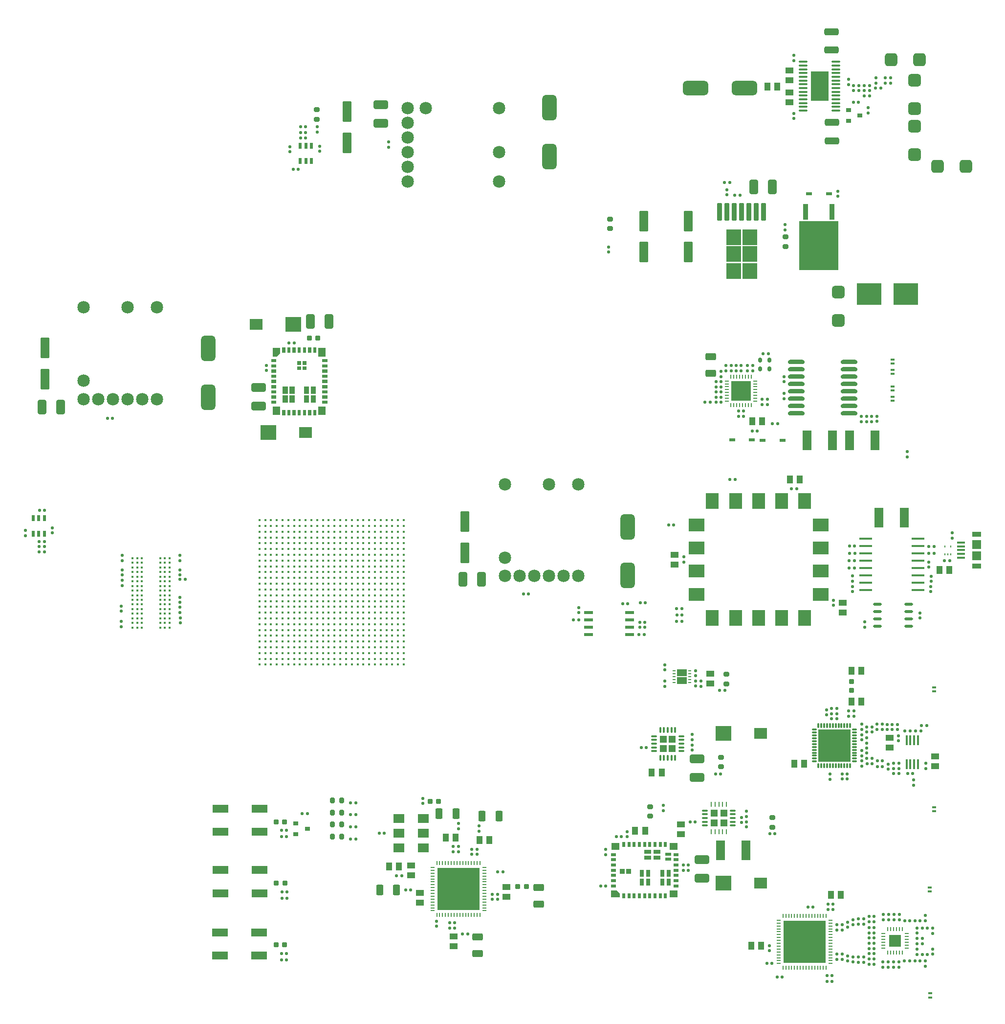
<source format=gtp>
G04*
G04 #@! TF.GenerationSoftware,Altium Limited,Altium Designer,20.1.11 (218)*
G04*
G04 Layer_Color=39423*
%FSLAX24Y24*%
%MOIN*%
G70*
G04*
G04 #@! TF.SameCoordinates,C20E3654-7A5B-4E15-AF0D-48D46733EB80*
G04*
G04*
G04 #@! TF.FilePolarity,Positive*
G04*
G01*
G75*
%ADD27R,0.1220X0.2032*%
%ADD28R,0.1014X0.1067*%
%ADD29R,0.0579X0.0488*%
%ADD30R,0.0315X0.0504*%
%ADD31R,0.0504X0.0287*%
%ADD32R,0.0335X0.0335*%
%ADD33R,0.0409X0.0197*%
%ADD34R,0.0512X0.0512*%
%ADD35R,0.0512X0.0512*%
%ADD36R,0.0512X0.0512*%
%ADD37R,0.0512X0.0512*%
%ADD38R,0.0512X0.0512*%
%ADD39R,0.0610X0.0344*%
%ADD40R,0.0709X0.0453*%
G04:AMPARAMS|DCode=41|XSize=89mil|YSize=85mil|CornerRadius=21.3mil|HoleSize=0mil|Usage=FLASHONLY|Rotation=270.000|XOffset=0mil|YOffset=0mil|HoleType=Round|Shape=RoundedRectangle|*
%AMROUNDEDRECTD41*
21,1,0.0890,0.0425,0,0,270.0*
21,1,0.0465,0.0850,0,0,270.0*
1,1,0.0425,-0.0213,-0.0232*
1,1,0.0425,-0.0213,0.0232*
1,1,0.0425,0.0213,0.0232*
1,1,0.0425,0.0213,-0.0232*
%
%ADD41ROUNDEDRECTD41*%
G04:AMPARAMS|DCode=42|XSize=20mil|YSize=20mil|CornerRadius=6mil|HoleSize=0mil|Usage=FLASHONLY|Rotation=180.000|XOffset=0mil|YOffset=0mil|HoleType=Round|Shape=RoundedRectangle|*
%AMROUNDEDRECTD42*
21,1,0.0200,0.0080,0,0,180.0*
21,1,0.0080,0.0200,0,0,180.0*
1,1,0.0120,-0.0040,0.0040*
1,1,0.0120,0.0040,0.0040*
1,1,0.0120,0.0040,-0.0040*
1,1,0.0120,-0.0040,-0.0040*
%
%ADD42ROUNDEDRECTD42*%
G04:AMPARAMS|DCode=43|XSize=89mil|YSize=85mil|CornerRadius=21.3mil|HoleSize=0mil|Usage=FLASHONLY|Rotation=0.000|XOffset=0mil|YOffset=0mil|HoleType=Round|Shape=RoundedRectangle|*
%AMROUNDEDRECTD43*
21,1,0.0890,0.0425,0,0,0.0*
21,1,0.0465,0.0850,0,0,0.0*
1,1,0.0425,0.0232,-0.0213*
1,1,0.0425,-0.0232,-0.0213*
1,1,0.0425,-0.0232,0.0213*
1,1,0.0425,0.0232,0.0213*
%
%ADD43ROUNDEDRECTD43*%
G04:AMPARAMS|DCode=44|XSize=20mil|YSize=20mil|CornerRadius=6mil|HoleSize=0mil|Usage=FLASHONLY|Rotation=90.000|XOffset=0mil|YOffset=0mil|HoleType=Round|Shape=RoundedRectangle|*
%AMROUNDEDRECTD44*
21,1,0.0200,0.0080,0,0,90.0*
21,1,0.0080,0.0200,0,0,90.0*
1,1,0.0120,0.0040,0.0040*
1,1,0.0120,0.0040,-0.0040*
1,1,0.0120,-0.0040,-0.0040*
1,1,0.0120,-0.0040,0.0040*
%
%ADD44ROUNDEDRECTD44*%
%ADD45O,0.0315X0.0079*%
%ADD46O,0.0079X0.0315*%
%ADD47R,0.0827X0.0827*%
G04:AMPARAMS|DCode=48|XSize=15.7mil|YSize=27.6mil|CornerRadius=2mil|HoleSize=0mil|Usage=FLASHONLY|Rotation=270.000|XOffset=0mil|YOffset=0mil|HoleType=Round|Shape=RoundedRectangle|*
%AMROUNDEDRECTD48*
21,1,0.0157,0.0236,0,0,270.0*
21,1,0.0118,0.0276,0,0,270.0*
1,1,0.0039,-0.0118,-0.0059*
1,1,0.0039,-0.0118,0.0059*
1,1,0.0039,0.0118,0.0059*
1,1,0.0039,0.0118,-0.0059*
%
%ADD48ROUNDEDRECTD48*%
G04:AMPARAMS|DCode=49|XSize=55mil|YSize=43mil|CornerRadius=8mil|HoleSize=0mil|Usage=FLASHONLY|Rotation=90.000|XOffset=0mil|YOffset=0mil|HoleType=Round|Shape=RoundedRectangle|*
%AMROUNDEDRECTD49*
21,1,0.0550,0.0271,0,0,90.0*
21,1,0.0391,0.0430,0,0,90.0*
1,1,0.0159,0.0135,0.0195*
1,1,0.0159,0.0135,-0.0195*
1,1,0.0159,-0.0135,-0.0195*
1,1,0.0159,-0.0135,0.0195*
%
%ADD49ROUNDEDRECTD49*%
%ADD50O,0.0091X0.0315*%
%ADD51O,0.0315X0.0091*%
%ADD52R,0.2913X0.2913*%
%ADD53R,0.0370X0.1100*%
%ADD54R,0.2690X0.3350*%
G04:AMPARAMS|DCode=55|XSize=98.4mil|YSize=59.1mil|CornerRadius=11.8mil|HoleSize=0mil|Usage=FLASHONLY|Rotation=0.000|XOffset=0mil|YOffset=0mil|HoleType=Round|Shape=RoundedRectangle|*
%AMROUNDEDRECTD55*
21,1,0.0984,0.0354,0,0,0.0*
21,1,0.0748,0.0591,0,0,0.0*
1,1,0.0236,0.0374,-0.0177*
1,1,0.0236,-0.0374,-0.0177*
1,1,0.0236,-0.0374,0.0177*
1,1,0.0236,0.0374,0.0177*
%
%ADD55ROUNDEDRECTD55*%
G04:AMPARAMS|DCode=56|XSize=138.2mil|YSize=62.2mil|CornerRadius=7.8mil|HoleSize=0mil|Usage=FLASHONLY|Rotation=90.000|XOffset=0mil|YOffset=0mil|HoleType=Round|Shape=RoundedRectangle|*
%AMROUNDEDRECTD56*
21,1,0.1382,0.0467,0,0,90.0*
21,1,0.1226,0.0622,0,0,90.0*
1,1,0.0156,0.0233,0.0613*
1,1,0.0156,0.0233,-0.0613*
1,1,0.0156,-0.0233,-0.0613*
1,1,0.0156,-0.0233,0.0613*
%
%ADD56ROUNDEDRECTD56*%
G04:AMPARAMS|DCode=57|XSize=35mil|YSize=34mil|CornerRadius=6mil|HoleSize=0mil|Usage=FLASHONLY|Rotation=180.000|XOffset=0mil|YOffset=0mil|HoleType=Round|Shape=RoundedRectangle|*
%AMROUNDEDRECTD57*
21,1,0.0350,0.0221,0,0,180.0*
21,1,0.0231,0.0340,0,0,180.0*
1,1,0.0119,-0.0116,0.0111*
1,1,0.0119,0.0116,0.0111*
1,1,0.0119,0.0116,-0.0111*
1,1,0.0119,-0.0116,-0.0111*
%
%ADD57ROUNDEDRECTD57*%
G04:AMPARAMS|DCode=58|XSize=98.4mil|YSize=59.1mil|CornerRadius=11.8mil|HoleSize=0mil|Usage=FLASHONLY|Rotation=270.000|XOffset=0mil|YOffset=0mil|HoleType=Round|Shape=RoundedRectangle|*
%AMROUNDEDRECTD58*
21,1,0.0984,0.0354,0,0,270.0*
21,1,0.0748,0.0591,0,0,270.0*
1,1,0.0236,-0.0177,-0.0374*
1,1,0.0236,-0.0177,0.0374*
1,1,0.0236,0.0177,0.0374*
1,1,0.0236,0.0177,-0.0374*
%
%ADD58ROUNDEDRECTD58*%
%ADD59R,0.1091X0.1004*%
%ADD60R,0.0854X0.0768*%
%ADD61R,0.0630X0.0197*%
%ADD62C,0.0850*%
G04:AMPARAMS|DCode=63|XSize=173.2mil|YSize=98.4mil|CornerRadius=24.6mil|HoleSize=0mil|Usage=FLASHONLY|Rotation=270.000|XOffset=0mil|YOffset=0mil|HoleType=Round|Shape=RoundedRectangle|*
%AMROUNDEDRECTD63*
21,1,0.1732,0.0492,0,0,270.0*
21,1,0.1240,0.0984,0,0,270.0*
1,1,0.0492,-0.0246,-0.0620*
1,1,0.0492,-0.0246,0.0620*
1,1,0.0492,0.0246,0.0620*
1,1,0.0492,0.0246,-0.0620*
%
%ADD63ROUNDEDRECTD63*%
%ADD64C,0.0177*%
%ADD65R,0.0866X0.0181*%
%ADD66R,0.0217X0.0394*%
G04:AMPARAMS|DCode=67|XSize=71mil|YSize=47mil|CornerRadius=8mil|HoleSize=0mil|Usage=FLASHONLY|Rotation=0.000|XOffset=0mil|YOffset=0mil|HoleType=Round|Shape=RoundedRectangle|*
%AMROUNDEDRECTD67*
21,1,0.0710,0.0310,0,0,0.0*
21,1,0.0550,0.0470,0,0,0.0*
1,1,0.0160,0.0275,-0.0155*
1,1,0.0160,-0.0275,-0.0155*
1,1,0.0160,-0.0275,0.0155*
1,1,0.0160,0.0275,0.0155*
%
%ADD67ROUNDEDRECTD67*%
%ADD68R,0.0315X0.0098*%
%ADD69R,0.0098X0.0315*%
G04:AMPARAMS|DCode=70|XSize=133.9mil|YSize=133.9mil|CornerRadius=0mil|HoleSize=0mil|Usage=FLASHONLY|Rotation=180.000|XOffset=0mil|YOffset=0mil|HoleType=Round|Shape=RoundedRectangle|*
%AMROUNDEDRECTD70*
21,1,0.1339,0.1339,0,0,180.0*
21,1,0.1339,0.1339,0,0,180.0*
1,1,0.0000,-0.0669,0.0669*
1,1,0.0000,0.0669,0.0669*
1,1,0.0000,0.0669,-0.0669*
1,1,0.0000,-0.0669,-0.0669*
%
%ADD70ROUNDEDRECTD70*%
%ADD71O,0.1150X0.0300*%
%ADD72R,0.0437X0.0237*%
%ADD73R,0.0600X0.1360*%
G04:AMPARAMS|DCode=74|XSize=13.8mil|YSize=25.6mil|CornerRadius=1mil|HoleSize=0mil|Usage=FLASHONLY|Rotation=270.000|XOffset=0mil|YOffset=0mil|HoleType=Round|Shape=RoundedRectangle|*
%AMROUNDEDRECTD74*
21,1,0.0138,0.0236,0,0,270.0*
21,1,0.0118,0.0256,0,0,270.0*
1,1,0.0020,-0.0118,-0.0059*
1,1,0.0020,-0.0118,0.0059*
1,1,0.0020,0.0118,0.0059*
1,1,0.0020,0.0118,-0.0059*
%
%ADD74ROUNDEDRECTD74*%
G04:AMPARAMS|DCode=75|XSize=23.6mil|YSize=31.5mil|CornerRadius=5.4mil|HoleSize=0mil|Usage=FLASHONLY|Rotation=180.000|XOffset=0mil|YOffset=0mil|HoleType=Round|Shape=RoundedRectangle|*
%AMROUNDEDRECTD75*
21,1,0.0236,0.0207,0,0,180.0*
21,1,0.0128,0.0315,0,0,180.0*
1,1,0.0108,-0.0064,0.0103*
1,1,0.0108,0.0064,0.0103*
1,1,0.0108,0.0064,-0.0103*
1,1,0.0108,-0.0064,-0.0103*
%
%ADD75ROUNDEDRECTD75*%
G04:AMPARAMS|DCode=76|XSize=39.4mil|YSize=31.5mil|CornerRadius=7.9mil|HoleSize=0mil|Usage=FLASHONLY|Rotation=0.000|XOffset=0mil|YOffset=0mil|HoleType=Round|Shape=RoundedRectangle|*
%AMROUNDEDRECTD76*
21,1,0.0394,0.0157,0,0,0.0*
21,1,0.0236,0.0315,0,0,0.0*
1,1,0.0157,0.0118,-0.0079*
1,1,0.0157,-0.0118,-0.0079*
1,1,0.0157,-0.0118,0.0079*
1,1,0.0157,0.0118,0.0079*
%
%ADD76ROUNDEDRECTD76*%
G04:AMPARAMS|DCode=77|XSize=55mil|YSize=43mil|CornerRadius=8mil|HoleSize=0mil|Usage=FLASHONLY|Rotation=0.000|XOffset=0mil|YOffset=0mil|HoleType=Round|Shape=RoundedRectangle|*
%AMROUNDEDRECTD77*
21,1,0.0550,0.0271,0,0,0.0*
21,1,0.0391,0.0430,0,0,0.0*
1,1,0.0159,0.0195,-0.0135*
1,1,0.0159,-0.0195,-0.0135*
1,1,0.0159,-0.0195,0.0135*
1,1,0.0159,0.0195,0.0135*
%
%ADD77ROUNDEDRECTD77*%
%ADD78O,0.0630X0.0118*%
G04:AMPARAMS|DCode=79|XSize=29.5mil|YSize=33.5mil|CornerRadius=2.2mil|HoleSize=0mil|Usage=FLASHONLY|Rotation=90.000|XOffset=0mil|YOffset=0mil|HoleType=Round|Shape=RoundedRectangle|*
%AMROUNDEDRECTD79*
21,1,0.0295,0.0291,0,0,90.0*
21,1,0.0252,0.0335,0,0,90.0*
1,1,0.0043,0.0146,0.0126*
1,1,0.0043,0.0146,-0.0126*
1,1,0.0043,-0.0146,-0.0126*
1,1,0.0043,-0.0146,0.0126*
%
%ADD79ROUNDEDRECTD79*%
G04:AMPARAMS|DCode=80|XSize=120.5mil|YSize=35mil|CornerRadius=8.8mil|HoleSize=0mil|Usage=FLASHONLY|Rotation=270.000|XOffset=0mil|YOffset=0mil|HoleType=Round|Shape=RoundedRectangle|*
%AMROUNDEDRECTD80*
21,1,0.1205,0.0175,0,0,270.0*
21,1,0.1030,0.0350,0,0,270.0*
1,1,0.0175,-0.0088,-0.0515*
1,1,0.0175,-0.0088,0.0515*
1,1,0.0175,0.0088,0.0515*
1,1,0.0175,0.0088,-0.0515*
%
%ADD80ROUNDEDRECTD80*%
G04:AMPARAMS|DCode=81|XSize=98.4mil|YSize=47.2mil|CornerRadius=11.8mil|HoleSize=0mil|Usage=FLASHONLY|Rotation=0.000|XOffset=0mil|YOffset=0mil|HoleType=Round|Shape=RoundedRectangle|*
%AMROUNDEDRECTD81*
21,1,0.0984,0.0236,0,0,0.0*
21,1,0.0748,0.0472,0,0,0.0*
1,1,0.0236,0.0374,-0.0118*
1,1,0.0236,-0.0374,-0.0118*
1,1,0.0236,-0.0374,0.0118*
1,1,0.0236,0.0374,0.0118*
%
%ADD81ROUNDEDRECTD81*%
%ADD82R,0.1670X0.1500*%
G04:AMPARAMS|DCode=83|XSize=173.2mil|YSize=98.4mil|CornerRadius=24.6mil|HoleSize=0mil|Usage=FLASHONLY|Rotation=0.000|XOffset=0mil|YOffset=0mil|HoleType=Round|Shape=RoundedRectangle|*
%AMROUNDEDRECTD83*
21,1,0.1732,0.0492,0,0,0.0*
21,1,0.1240,0.0984,0,0,0.0*
1,1,0.0492,0.0620,-0.0246*
1,1,0.0492,-0.0620,-0.0246*
1,1,0.0492,-0.0620,0.0246*
1,1,0.0492,0.0620,0.0246*
%
%ADD83ROUNDEDRECTD83*%
%ADD84R,0.0886X0.1083*%
%ADD85R,0.1083X0.0886*%
%ADD86R,0.1063X0.0531*%
G04:AMPARAMS|DCode=87|XSize=39.4mil|YSize=31.5mil|CornerRadius=7.9mil|HoleSize=0mil|Usage=FLASHONLY|Rotation=90.000|XOffset=0mil|YOffset=0mil|HoleType=Round|Shape=RoundedRectangle|*
%AMROUNDEDRECTD87*
21,1,0.0394,0.0157,0,0,90.0*
21,1,0.0236,0.0315,0,0,90.0*
1,1,0.0157,0.0079,0.0118*
1,1,0.0157,0.0079,-0.0118*
1,1,0.0157,-0.0079,-0.0118*
1,1,0.0157,-0.0079,0.0118*
%
%ADD87ROUNDEDRECTD87*%
%ADD88O,0.0110X0.0335*%
%ADD89O,0.0335X0.0110*%
%ADD90R,0.2205X0.2205*%
G04:AMPARAMS|DCode=91|XSize=35mil|YSize=34mil|CornerRadius=9mil|HoleSize=0mil|Usage=FLASHONLY|Rotation=270.000|XOffset=0mil|YOffset=0mil|HoleType=Round|Shape=RoundedRectangle|*
%AMROUNDEDRECTD91*
21,1,0.0350,0.0160,0,0,270.0*
21,1,0.0170,0.0340,0,0,270.0*
1,1,0.0180,-0.0080,-0.0085*
1,1,0.0180,-0.0080,0.0085*
1,1,0.0180,0.0080,0.0085*
1,1,0.0180,0.0080,-0.0085*
%
%ADD91ROUNDEDRECTD91*%
G04:AMPARAMS|DCode=92|XSize=71mil|YSize=47mil|CornerRadius=8mil|HoleSize=0mil|Usage=FLASHONLY|Rotation=90.000|XOffset=0mil|YOffset=0mil|HoleType=Round|Shape=RoundedRectangle|*
%AMROUNDEDRECTD92*
21,1,0.0710,0.0310,0,0,90.0*
21,1,0.0550,0.0470,0,0,90.0*
1,1,0.0160,0.0155,0.0275*
1,1,0.0160,0.0155,-0.0275*
1,1,0.0160,-0.0155,-0.0275*
1,1,0.0160,-0.0155,0.0275*
%
%ADD92ROUNDEDRECTD92*%
G04:AMPARAMS|DCode=93|XSize=35mil|YSize=34mil|CornerRadius=9mil|HoleSize=0mil|Usage=FLASHONLY|Rotation=0.000|XOffset=0mil|YOffset=0mil|HoleType=Round|Shape=RoundedRectangle|*
%AMROUNDEDRECTD93*
21,1,0.0350,0.0160,0,0,0.0*
21,1,0.0170,0.0340,0,0,0.0*
1,1,0.0180,0.0085,-0.0080*
1,1,0.0180,-0.0085,-0.0080*
1,1,0.0180,-0.0085,0.0080*
1,1,0.0180,0.0085,0.0080*
%
%ADD93ROUNDEDRECTD93*%
%ADD94R,0.0217X0.0354*%
%ADD95R,0.0354X0.0217*%
G04:AMPARAMS|DCode=96|XSize=11.8mil|YSize=37.4mil|CornerRadius=2.5mil|HoleSize=0mil|Usage=FLASHONLY|Rotation=180.000|XOffset=0mil|YOffset=0mil|HoleType=Round|Shape=RoundedRectangle|*
%AMROUNDEDRECTD96*
21,1,0.0118,0.0325,0,0,180.0*
21,1,0.0069,0.0374,0,0,180.0*
1,1,0.0049,-0.0034,0.0162*
1,1,0.0049,0.0034,0.0162*
1,1,0.0049,0.0034,-0.0162*
1,1,0.0049,-0.0034,-0.0162*
%
%ADD96ROUNDEDRECTD96*%
G04:AMPARAMS|DCode=97|XSize=11.8mil|YSize=37.4mil|CornerRadius=2.5mil|HoleSize=0mil|Usage=FLASHONLY|Rotation=90.000|XOffset=0mil|YOffset=0mil|HoleType=Round|Shape=RoundedRectangle|*
%AMROUNDEDRECTD97*
21,1,0.0118,0.0325,0,0,90.0*
21,1,0.0069,0.0374,0,0,90.0*
1,1,0.0049,0.0162,0.0034*
1,1,0.0049,0.0162,-0.0034*
1,1,0.0049,-0.0162,-0.0034*
1,1,0.0049,-0.0162,0.0034*
%
%ADD97ROUNDEDRECTD97*%
G04:AMPARAMS|DCode=98|XSize=35.4mil|YSize=9.8mil|CornerRadius=2mil|HoleSize=0mil|Usage=FLASHONLY|Rotation=90.000|XOffset=0mil|YOffset=0mil|HoleType=Round|Shape=RoundedRectangle|*
%AMROUNDEDRECTD98*
21,1,0.0354,0.0059,0,0,90.0*
21,1,0.0315,0.0098,0,0,90.0*
1,1,0.0039,0.0030,0.0157*
1,1,0.0039,0.0030,-0.0157*
1,1,0.0039,-0.0030,-0.0157*
1,1,0.0039,-0.0030,0.0157*
%
%ADD98ROUNDEDRECTD98*%
G04:AMPARAMS|DCode=99|XSize=9.8mil|YSize=15.7mil|CornerRadius=2mil|HoleSize=0mil|Usage=FLASHONLY|Rotation=180.000|XOffset=0mil|YOffset=0mil|HoleType=Round|Shape=RoundedRectangle|*
%AMROUNDEDRECTD99*
21,1,0.0098,0.0118,0,0,180.0*
21,1,0.0059,0.0157,0,0,180.0*
1,1,0.0039,-0.0030,0.0059*
1,1,0.0039,0.0030,0.0059*
1,1,0.0039,0.0030,-0.0059*
1,1,0.0039,-0.0030,-0.0059*
%
%ADD99ROUNDEDRECTD99*%
%ADD100O,0.0591X0.0217*%
%ADD101R,0.0610X0.0591*%
G04:AMPARAMS|DCode=102|XSize=15.7mil|YSize=53.1mil|CornerRadius=3.9mil|HoleSize=0mil|Usage=FLASHONLY|Rotation=90.000|XOffset=0mil|YOffset=0mil|HoleType=Round|Shape=RoundedRectangle|*
%AMROUNDEDRECTD102*
21,1,0.0157,0.0453,0,0,90.0*
21,1,0.0079,0.0531,0,0,90.0*
1,1,0.0079,0.0226,0.0039*
1,1,0.0079,0.0226,-0.0039*
1,1,0.0079,-0.0226,-0.0039*
1,1,0.0079,-0.0226,0.0039*
%
%ADD102ROUNDEDRECTD102*%
%ADD103O,0.0157X0.0709*%
%ADD104R,0.0197X0.0098*%
%ADD105R,0.0748X0.0591*%
G36*
X21120Y46528D02*
X20904D01*
Y46882D01*
X21120D01*
Y46528D01*
D02*
G37*
G36*
X20766D02*
X20549D01*
Y46882D01*
X20766D01*
Y46528D01*
D02*
G37*
G36*
X20411D02*
X20195D01*
Y46882D01*
X20411D01*
Y46528D01*
D02*
G37*
G36*
X20057D02*
X19841D01*
Y46882D01*
X20057D01*
Y46528D01*
D02*
G37*
G36*
X19703D02*
X19486D01*
Y46882D01*
X19703D01*
Y46528D01*
D02*
G37*
G36*
X19348D02*
X19132D01*
Y46882D01*
X19348D01*
Y46528D01*
D02*
G37*
G36*
X18994D02*
X18778D01*
Y46882D01*
X18994D01*
Y46528D01*
D02*
G37*
G36*
X21744Y46268D02*
X21256D01*
Y46847D01*
X21744D01*
Y46268D01*
D02*
G37*
G36*
X18642Y46500D02*
X18410Y46268D01*
X18154D01*
Y46847D01*
X18642D01*
Y46500D01*
D02*
G37*
G36*
X21868Y45878D02*
X21514D01*
Y46095D01*
X21868D01*
Y45878D01*
D02*
G37*
G36*
X18384D02*
X18030D01*
Y46095D01*
X18384D01*
Y45878D01*
D02*
G37*
G36*
X20427Y45709D02*
X20183D01*
Y45953D01*
X20427D01*
Y45709D01*
D02*
G37*
G36*
X20065D02*
X19821D01*
Y45953D01*
X20065D01*
Y45709D01*
D02*
G37*
G36*
X21868Y45524D02*
X21514D01*
Y45740D01*
X21868D01*
Y45524D01*
D02*
G37*
G36*
X18384D02*
X18030D01*
Y45740D01*
X18384D01*
Y45524D01*
D02*
G37*
G36*
X20427Y45347D02*
X20183D01*
Y45591D01*
X20427D01*
Y45347D01*
D02*
G37*
G36*
X20065D02*
X19821D01*
Y45591D01*
X20065D01*
Y45347D01*
D02*
G37*
G36*
X21868Y45170D02*
X21514D01*
Y45386D01*
X21868D01*
Y45170D01*
D02*
G37*
G36*
X18384D02*
X18030D01*
Y45386D01*
X18384D01*
Y45170D01*
D02*
G37*
G36*
X21868Y44815D02*
X21514D01*
Y45032D01*
X21868D01*
Y44815D01*
D02*
G37*
G36*
X18384D02*
X18030D01*
Y45032D01*
X18384D01*
Y44815D01*
D02*
G37*
G36*
X21868Y44461D02*
X21514D01*
Y44677D01*
X21868D01*
Y44461D01*
D02*
G37*
G36*
X18384D02*
X18030D01*
Y44677D01*
X18384D01*
Y44461D01*
D02*
G37*
G36*
X50669Y44167D02*
X50327D01*
Y44510D01*
X50669D01*
Y44167D01*
D02*
G37*
G36*
X50248D02*
X49906D01*
Y44510D01*
X50248D01*
Y44167D01*
D02*
G37*
G36*
X49827D02*
X49484D01*
Y44510D01*
X49827D01*
Y44167D01*
D02*
G37*
G36*
X21868Y44107D02*
X21514D01*
Y44323D01*
X21868D01*
Y44107D01*
D02*
G37*
G36*
X18384D02*
X18030D01*
Y44323D01*
X18384D01*
Y44107D01*
D02*
G37*
G36*
X21868Y43752D02*
X21514D01*
Y43969D01*
X21868D01*
Y43752D01*
D02*
G37*
G36*
X18384D02*
X18030D01*
Y43969D01*
X18384D01*
Y43752D01*
D02*
G37*
G36*
X50669Y43746D02*
X50327D01*
Y44088D01*
X50669D01*
Y43746D01*
D02*
G37*
G36*
X50248D02*
X49906D01*
Y44088D01*
X50248D01*
Y43746D01*
D02*
G37*
G36*
X49827D02*
X49484D01*
Y44088D01*
X49827D01*
Y43746D01*
D02*
G37*
G36*
X21083Y43740D02*
X20732D01*
Y44233D01*
X21083D01*
Y43740D01*
D02*
G37*
G36*
X20614D02*
X20264D01*
Y44233D01*
X20614D01*
Y43740D01*
D02*
G37*
G36*
X19638D02*
X19287D01*
Y44233D01*
X19638D01*
Y43740D01*
D02*
G37*
G36*
X19169D02*
X18819D01*
Y44233D01*
X19169D01*
Y43740D01*
D02*
G37*
G36*
X21868Y43398D02*
X21514D01*
Y43614D01*
X21868D01*
Y43398D01*
D02*
G37*
G36*
X18384D02*
X18030D01*
Y43614D01*
X18384D01*
Y43398D01*
D02*
G37*
G36*
X50669Y43324D02*
X50327D01*
Y43667D01*
X50669D01*
Y43324D01*
D02*
G37*
G36*
X50248D02*
X49906D01*
Y43667D01*
X50248D01*
Y43324D01*
D02*
G37*
G36*
X49827D02*
X49484D01*
Y43667D01*
X49827D01*
Y43324D01*
D02*
G37*
G36*
X21083Y43130D02*
X20732D01*
Y43622D01*
X21083D01*
Y43130D01*
D02*
G37*
G36*
X20614D02*
X20264D01*
Y43622D01*
X20614D01*
Y43130D01*
D02*
G37*
G36*
X19638D02*
X19287D01*
Y43622D01*
X19638D01*
Y43130D01*
D02*
G37*
G36*
X19169D02*
X18819D01*
Y43622D01*
X19169D01*
Y43130D01*
D02*
G37*
G36*
X21868Y43044D02*
X21514D01*
Y43260D01*
X21868D01*
Y43044D01*
D02*
G37*
G36*
X18384D02*
X18030D01*
Y43260D01*
X18384D01*
Y43044D01*
D02*
G37*
G36*
X21744Y42291D02*
X21256D01*
Y42871D01*
X21744D01*
Y42291D01*
D02*
G37*
G36*
X18642D02*
X18154D01*
Y42871D01*
X18642D01*
Y42291D01*
D02*
G37*
G36*
X21120Y42256D02*
X20904D01*
Y42611D01*
X21120D01*
Y42256D01*
D02*
G37*
G36*
X20766D02*
X20549D01*
Y42611D01*
X20766D01*
Y42256D01*
D02*
G37*
G36*
X20411D02*
X20195D01*
Y42611D01*
X20411D01*
Y42256D01*
D02*
G37*
G36*
X20057D02*
X19841D01*
Y42611D01*
X20057D01*
Y42256D01*
D02*
G37*
G36*
X19703D02*
X19486D01*
Y42611D01*
X19703D01*
Y42256D01*
D02*
G37*
G36*
X19348D02*
X19132D01*
Y42611D01*
X19348D01*
Y42256D01*
D02*
G37*
G36*
X18994D02*
X18778D01*
Y42611D01*
X18994D01*
Y42256D01*
D02*
G37*
G36*
X41802Y9695D02*
Y9412D01*
X41223D01*
Y9900D01*
X41570D01*
X41802Y9695D01*
D02*
G37*
D27*
X55429Y64684D02*
D03*
D28*
X49577Y53245D02*
D03*
Y54390D02*
D03*
Y52099D02*
D03*
X50670D02*
D03*
Y54390D02*
D03*
Y53245D02*
D03*
D29*
X45487Y9656D02*
D03*
Y12884D02*
D03*
X41511D02*
D03*
D30*
X43326Y11069D02*
D03*
X43759Y11069D02*
D03*
X43326Y10447D02*
D03*
X43759Y10447D02*
D03*
X45129D02*
D03*
X44696Y10447D02*
D03*
X45129Y11069D02*
D03*
X44696Y11069D02*
D03*
D31*
X43708Y12111D02*
D03*
Y12516D02*
D03*
X44330Y12111D02*
D03*
Y12516D02*
D03*
D32*
X42426Y11183D02*
D03*
X41973D02*
D03*
D33*
X45097Y12030D02*
D03*
Y12345D02*
D03*
D34*
X45391Y19573D02*
D03*
Y20203D02*
D03*
X44761D02*
D03*
Y19573D02*
D03*
D35*
X48229Y15156D02*
D03*
D36*
X48898D02*
D03*
D37*
Y14487D02*
D03*
D38*
X48229D02*
D03*
D39*
X66146Y32000D02*
D03*
Y34155D02*
D03*
D40*
X46048Y24716D02*
D03*
Y24184D02*
D03*
D41*
X62243Y66509D02*
D03*
X60314D02*
D03*
X65405Y59231D02*
D03*
X63476D02*
D03*
D42*
X60272Y65248D02*
D03*
Y64898D02*
D03*
X57347Y5436D02*
D03*
Y5086D02*
D03*
X57344Y7730D02*
D03*
Y7380D02*
D03*
X58802Y5936D02*
D03*
Y5586D02*
D03*
X59757Y4674D02*
D03*
Y5024D02*
D03*
X59787Y7905D02*
D03*
Y8255D02*
D03*
X60487Y5024D02*
D03*
Y4674D02*
D03*
X60122D02*
D03*
Y5024D02*
D03*
X60150Y7906D02*
D03*
Y8256D02*
D03*
X60508Y7908D02*
D03*
Y8258D02*
D03*
X62069Y5889D02*
D03*
Y5539D02*
D03*
X62086Y6982D02*
D03*
Y7332D02*
D03*
X62648Y4728D02*
D03*
Y5078D02*
D03*
X62645Y8183D02*
D03*
Y7833D02*
D03*
X51997Y6131D02*
D03*
Y5781D02*
D03*
X57719Y5011D02*
D03*
Y5361D02*
D03*
X59152Y5939D02*
D03*
Y5589D02*
D03*
X57719Y7555D02*
D03*
Y7905D02*
D03*
X60852Y5024D02*
D03*
Y4674D02*
D03*
X60866Y7908D02*
D03*
Y8258D02*
D03*
X63153Y5900D02*
D03*
Y5550D02*
D03*
X63159Y6969D02*
D03*
Y7319D02*
D03*
X7879Y32369D02*
D03*
Y32719D02*
D03*
Y31389D02*
D03*
Y31739D02*
D03*
Y30664D02*
D03*
Y31014D02*
D03*
X7807Y29275D02*
D03*
Y28925D02*
D03*
X7823Y28225D02*
D03*
Y27875D02*
D03*
X11821Y29870D02*
D03*
Y29520D02*
D03*
X11842Y28111D02*
D03*
Y28461D02*
D03*
X11821Y28831D02*
D03*
Y29181D02*
D03*
Y32369D02*
D03*
Y32719D02*
D03*
Y31739D02*
D03*
Y31389D02*
D03*
X58647Y19940D02*
D03*
Y20290D02*
D03*
X58298Y20507D02*
D03*
Y20157D02*
D03*
X17707Y45324D02*
D03*
Y45674D02*
D03*
X39007Y28810D02*
D03*
Y29160D02*
D03*
X43522Y28161D02*
D03*
Y27811D02*
D03*
X43166Y27810D02*
D03*
Y28160D02*
D03*
X21338Y60257D02*
D03*
Y60607D02*
D03*
X19312Y60223D02*
D03*
Y60573D02*
D03*
X26040Y60878D02*
D03*
Y60528D02*
D03*
X1283Y34417D02*
D03*
Y34067D02*
D03*
X3117Y34597D02*
D03*
Y34247D02*
D03*
X48702Y44896D02*
D03*
Y45246D02*
D03*
X59352Y42196D02*
D03*
Y41846D02*
D03*
X58993Y42192D02*
D03*
Y41842D02*
D03*
X58275Y42192D02*
D03*
Y41842D02*
D03*
X58634Y42192D02*
D03*
Y41842D02*
D03*
X49058Y45645D02*
D03*
Y45295D02*
D03*
X49736Y45646D02*
D03*
Y45296D02*
D03*
X50498Y45648D02*
D03*
Y45298D02*
D03*
X49895Y42200D02*
D03*
Y42550D02*
D03*
X50871Y45295D02*
D03*
Y45645D02*
D03*
X51512Y43355D02*
D03*
Y43005D02*
D03*
X51866Y43355D02*
D03*
Y43005D02*
D03*
X53018Y43751D02*
D03*
Y43401D02*
D03*
X53013Y44551D02*
D03*
Y44901D02*
D03*
X61394Y39436D02*
D03*
Y39786D02*
D03*
X50237Y42200D02*
D03*
Y42550D02*
D03*
X49402Y45646D02*
D03*
Y45296D02*
D03*
X50070Y45646D02*
D03*
Y45296D02*
D03*
X41040Y53740D02*
D03*
Y53390D02*
D03*
X49124Y57634D02*
D03*
Y57284D02*
D03*
X53082Y54901D02*
D03*
Y55251D02*
D03*
X57396Y65146D02*
D03*
Y64796D02*
D03*
X58117Y64735D02*
D03*
Y64385D02*
D03*
X58737Y62861D02*
D03*
Y63211D02*
D03*
X58835Y64385D02*
D03*
Y64735D02*
D03*
X59901Y65248D02*
D03*
Y64898D02*
D03*
X56669Y57531D02*
D03*
Y57181D02*
D03*
X53673Y62832D02*
D03*
Y62482D02*
D03*
X53671Y66788D02*
D03*
Y66438D02*
D03*
X57758Y64385D02*
D03*
Y64735D02*
D03*
X58476Y64385D02*
D03*
Y64735D02*
D03*
X59266Y64898D02*
D03*
Y65248D02*
D03*
X46166Y32260D02*
D03*
Y32610D02*
D03*
X56376Y29667D02*
D03*
Y29317D02*
D03*
X56136Y17825D02*
D03*
Y17475D02*
D03*
X56256Y21929D02*
D03*
Y21579D02*
D03*
X56962Y17843D02*
D03*
Y17493D02*
D03*
X58298Y19419D02*
D03*
Y19069D02*
D03*
Y21214D02*
D03*
Y20864D02*
D03*
Y18366D02*
D03*
Y18716D02*
D03*
X57317Y17843D02*
D03*
Y17493D02*
D03*
X56615Y21929D02*
D03*
Y21579D02*
D03*
X55897Y21852D02*
D03*
Y22202D02*
D03*
X58641Y19602D02*
D03*
Y19252D02*
D03*
X44879Y25271D02*
D03*
Y24921D02*
D03*
X47348Y24159D02*
D03*
Y23809D02*
D03*
X46988Y24867D02*
D03*
Y24517D02*
D03*
X46988Y23813D02*
D03*
Y24163D02*
D03*
X44881Y23799D02*
D03*
Y24149D02*
D03*
X21176Y61912D02*
D03*
Y61561D02*
D03*
X28381Y16172D02*
D03*
Y15822D02*
D03*
X30826Y14107D02*
D03*
Y14457D02*
D03*
X32217Y13932D02*
D03*
Y14282D02*
D03*
X29311Y7447D02*
D03*
Y7797D02*
D03*
X44765Y15688D02*
D03*
Y15338D02*
D03*
X40849Y12329D02*
D03*
Y12679D02*
D03*
X42299Y13900D02*
D03*
Y13550D02*
D03*
X46480Y11263D02*
D03*
Y11613D02*
D03*
X46134Y11263D02*
D03*
Y11613D02*
D03*
X46742Y19798D02*
D03*
Y19448D02*
D03*
X46742Y20518D02*
D03*
Y20168D02*
D03*
X50459Y15281D02*
D03*
Y14931D02*
D03*
X50459Y14570D02*
D03*
Y14220D02*
D03*
X50110Y14522D02*
D03*
Y14872D02*
D03*
X57666Y30961D02*
D03*
Y31311D02*
D03*
X57664Y30602D02*
D03*
Y30252D02*
D03*
X58501Y28190D02*
D03*
Y27840D02*
D03*
X63027Y30958D02*
D03*
Y31308D02*
D03*
X62890Y31918D02*
D03*
Y32268D02*
D03*
X63024Y30605D02*
D03*
Y30255D02*
D03*
X64483Y34254D02*
D03*
Y33904D02*
D03*
X60034Y20854D02*
D03*
Y21204D02*
D03*
X60809Y20087D02*
D03*
Y20437D02*
D03*
X60095Y18505D02*
D03*
Y18155D02*
D03*
X62685Y18546D02*
D03*
Y18196D02*
D03*
X61840Y17423D02*
D03*
Y17073D02*
D03*
X62288Y28449D02*
D03*
Y28799D02*
D03*
D43*
X61917Y60031D02*
D03*
Y61961D02*
D03*
Y65102D02*
D03*
Y63173D02*
D03*
X56711Y50663D02*
D03*
Y48734D02*
D03*
D44*
X51839Y4928D02*
D03*
X52189D02*
D03*
X55933Y3699D02*
D03*
X56283D02*
D03*
X56621Y5186D02*
D03*
X56971D02*
D03*
X56621Y7555D02*
D03*
X56971D02*
D03*
X55997Y8602D02*
D03*
X56347D02*
D03*
X56009Y8959D02*
D03*
X56359D02*
D03*
X58431Y5002D02*
D03*
X58081D02*
D03*
X58434Y5360D02*
D03*
X58084D02*
D03*
X58434Y7584D02*
D03*
X58084D02*
D03*
X58801Y5210D02*
D03*
X59151D02*
D03*
X58802Y7004D02*
D03*
X59152D02*
D03*
Y6652D02*
D03*
X58802D02*
D03*
X58796Y7769D02*
D03*
X59146D02*
D03*
X58802Y7357D02*
D03*
X59152D02*
D03*
X58805Y8133D02*
D03*
X59155D02*
D03*
X61221Y5078D02*
D03*
X61571D02*
D03*
X61229Y7840D02*
D03*
X61579D02*
D03*
X61932Y5078D02*
D03*
X62282D02*
D03*
X62080Y6254D02*
D03*
X62430D02*
D03*
X62080Y6622D02*
D03*
X62430D02*
D03*
X61942Y7840D02*
D03*
X62292D02*
D03*
X62442Y7339D02*
D03*
X62792D02*
D03*
X52882Y4006D02*
D03*
X52532D02*
D03*
X54984Y8752D02*
D03*
X54634D02*
D03*
X55936Y4102D02*
D03*
X56286D02*
D03*
X56621Y5567D02*
D03*
X56971D02*
D03*
X56621Y7205D02*
D03*
X56971D02*
D03*
X58431Y7955D02*
D03*
X58081D02*
D03*
X58806Y4852D02*
D03*
X59156D02*
D03*
X59152Y6300D02*
D03*
X58802D02*
D03*
X62436Y5542D02*
D03*
X62786D02*
D03*
X6860Y42074D02*
D03*
X7210D02*
D03*
X11824Y31102D02*
D03*
X12174D02*
D03*
X19249Y47206D02*
D03*
X19599D02*
D03*
X35591Y30102D02*
D03*
X35241D02*
D03*
X38656Y28338D02*
D03*
X39006D02*
D03*
X42358Y29430D02*
D03*
X42008D02*
D03*
X43471Y27310D02*
D03*
X43121D02*
D03*
X43545Y29506D02*
D03*
X43195D02*
D03*
X19542Y59019D02*
D03*
X19892D02*
D03*
X20033Y61928D02*
D03*
X20383D02*
D03*
X20029Y61148D02*
D03*
X20379D02*
D03*
X20381Y61533D02*
D03*
X20031D02*
D03*
X2211Y33313D02*
D03*
X2561D02*
D03*
Y33668D02*
D03*
X2211D02*
D03*
X2561Y32958D02*
D03*
X2211D02*
D03*
X46041Y29088D02*
D03*
X45691D02*
D03*
X46048Y28664D02*
D03*
X45698D02*
D03*
X45686Y28242D02*
D03*
X46036D02*
D03*
X52223Y41697D02*
D03*
X52573D02*
D03*
X50832Y41205D02*
D03*
X51182D02*
D03*
X47970Y43165D02*
D03*
X47620D02*
D03*
X48360Y43163D02*
D03*
X48710D02*
D03*
X48360Y43854D02*
D03*
X48710D02*
D03*
X48360Y44546D02*
D03*
X48710D02*
D03*
X48360Y44200D02*
D03*
X48710D02*
D03*
X48360Y43508D02*
D03*
X48710D02*
D03*
X51583Y46457D02*
D03*
X51933D02*
D03*
X48949Y58133D02*
D03*
X49299D02*
D03*
X49999Y57265D02*
D03*
X49649D02*
D03*
X58828Y64027D02*
D03*
X58478D02*
D03*
X59609Y64547D02*
D03*
X59259D02*
D03*
X57736Y63598D02*
D03*
X58086D02*
D03*
X45128Y34798D02*
D03*
X45478D02*
D03*
X49675Y37894D02*
D03*
X49325D02*
D03*
X53525Y37273D02*
D03*
X53875D02*
D03*
X20146Y15121D02*
D03*
X20496D02*
D03*
X18738Y14001D02*
D03*
X19088D02*
D03*
Y13575D02*
D03*
X18738D02*
D03*
X18766Y9808D02*
D03*
X19116D02*
D03*
X18766Y9375D02*
D03*
X19116D02*
D03*
X18738Y5161D02*
D03*
X19088D02*
D03*
X18738Y5591D02*
D03*
X19088D02*
D03*
X23447Y15873D02*
D03*
X23797D02*
D03*
X23447Y15050D02*
D03*
X23797D02*
D03*
X23447Y14228D02*
D03*
X23797D02*
D03*
X23447Y13405D02*
D03*
X23797D02*
D03*
X59702Y21216D02*
D03*
X59352D02*
D03*
X59359Y20856D02*
D03*
X59709D02*
D03*
X59723Y18332D02*
D03*
X59373D02*
D03*
X59726Y18710D02*
D03*
X59376D02*
D03*
X56259Y22287D02*
D03*
X56609D02*
D03*
X57419Y21769D02*
D03*
X57769D02*
D03*
X57419Y22137D02*
D03*
X57769D02*
D03*
X59005Y18899D02*
D03*
X58655D02*
D03*
X59013Y18538D02*
D03*
X58663D02*
D03*
X48972Y23511D02*
D03*
X48622D02*
D03*
X33489Y11164D02*
D03*
X33839D02*
D03*
X26582Y10906D02*
D03*
X26932D02*
D03*
X27548Y9922D02*
D03*
X27198D02*
D03*
X33461Y9637D02*
D03*
X33111D02*
D03*
X33464Y9297D02*
D03*
X33114D02*
D03*
X30458Y12881D02*
D03*
X30808D02*
D03*
X30450Y12520D02*
D03*
X30800D02*
D03*
X31717Y12348D02*
D03*
X32067D02*
D03*
X31719Y12706D02*
D03*
X32069D02*
D03*
X30546Y7320D02*
D03*
X30196D02*
D03*
X31085Y6938D02*
D03*
X31435D02*
D03*
X30546Y7677D02*
D03*
X30196D02*
D03*
X52388Y13760D02*
D03*
X52038D02*
D03*
X41915Y13554D02*
D03*
X41565D02*
D03*
X40859Y10207D02*
D03*
X40509D02*
D03*
X43616Y19623D02*
D03*
X43266D02*
D03*
X46958Y14568D02*
D03*
X46608D02*
D03*
X48337Y17818D02*
D03*
X48687D02*
D03*
X57826Y33354D02*
D03*
X57476D02*
D03*
X57839Y32861D02*
D03*
X57489D02*
D03*
X57456Y32349D02*
D03*
X57806D02*
D03*
X57456Y31867D02*
D03*
X57806D02*
D03*
X64305Y32369D02*
D03*
X63955D02*
D03*
X63240Y33342D02*
D03*
X62890D02*
D03*
X63240Y32849D02*
D03*
X62890D02*
D03*
X58648Y20686D02*
D03*
X58998D02*
D03*
X58648Y21038D02*
D03*
X58998D02*
D03*
X60392Y20851D02*
D03*
X60742D02*
D03*
X61594Y20772D02*
D03*
X61244D02*
D03*
X60389Y21199D02*
D03*
X60739D02*
D03*
X60834Y18565D02*
D03*
X60484D02*
D03*
X61990Y20768D02*
D03*
X62340D02*
D03*
X60483Y17847D02*
D03*
X60833D02*
D03*
X60485Y18200D02*
D03*
X60835D02*
D03*
X61442Y17848D02*
D03*
X61792D02*
D03*
X62391Y21122D02*
D03*
X62741D02*
D03*
X2578Y35808D02*
D03*
X2228D02*
D03*
X25753Y13784D02*
D03*
X25403D02*
D03*
D45*
X61382Y5964D02*
D03*
Y6161D02*
D03*
Y6358D02*
D03*
Y6555D02*
D03*
Y6751D02*
D03*
Y6948D02*
D03*
X59768D02*
D03*
Y6751D02*
D03*
Y6555D02*
D03*
Y6358D02*
D03*
Y6161D02*
D03*
Y5964D02*
D03*
D46*
X61067Y7263D02*
D03*
X60870D02*
D03*
X60673D02*
D03*
X60476D02*
D03*
X60280D02*
D03*
X60083D02*
D03*
Y5649D02*
D03*
X60280D02*
D03*
X60476D02*
D03*
X60673D02*
D03*
X60870D02*
D03*
X61067D02*
D03*
D47*
X60575Y6456D02*
D03*
D48*
X62976Y2605D02*
D03*
Y2881D02*
D03*
X62943Y9824D02*
D03*
Y10100D02*
D03*
D49*
X50772Y6131D02*
D03*
X51442D02*
D03*
X56201Y9580D02*
D03*
X56871D02*
D03*
X51502Y41847D02*
D03*
X50832D02*
D03*
X51885Y64645D02*
D03*
X52555D02*
D03*
X53415Y37897D02*
D03*
X54085D02*
D03*
X53703Y18520D02*
D03*
X54373D02*
D03*
X57614Y22756D02*
D03*
X58284D02*
D03*
Y24868D02*
D03*
X57614D02*
D03*
X26750Y11527D02*
D03*
X26080D02*
D03*
X29947Y13486D02*
D03*
X30617D02*
D03*
X32914Y13331D02*
D03*
X32244D02*
D03*
X43528Y13965D02*
D03*
X42858D02*
D03*
X43990Y17939D02*
D03*
X44660D02*
D03*
X64265Y31738D02*
D03*
X63595D02*
D03*
D50*
X52933Y4628D02*
D03*
X53130D02*
D03*
X53327D02*
D03*
X53524D02*
D03*
X53721D02*
D03*
X53918D02*
D03*
X54114D02*
D03*
X54311D02*
D03*
X54508D02*
D03*
X54705D02*
D03*
X54902D02*
D03*
X55099D02*
D03*
X55296D02*
D03*
X55492D02*
D03*
X55689D02*
D03*
X55886D02*
D03*
Y8151D02*
D03*
X55689D02*
D03*
X55492D02*
D03*
X55296D02*
D03*
X55099D02*
D03*
X54902D02*
D03*
X54705D02*
D03*
X54508D02*
D03*
X54311D02*
D03*
X54114D02*
D03*
X53918D02*
D03*
X53721D02*
D03*
X53524D02*
D03*
X53327D02*
D03*
X53130D02*
D03*
X52933D02*
D03*
X29327Y11748D02*
D03*
X29524D02*
D03*
X29721D02*
D03*
X29918D02*
D03*
X30115D02*
D03*
X30312D02*
D03*
X30509D02*
D03*
X30705D02*
D03*
X30902D02*
D03*
X31099D02*
D03*
X31296D02*
D03*
X31493D02*
D03*
X31690D02*
D03*
X31886D02*
D03*
X32083D02*
D03*
X32280D02*
D03*
Y8224D02*
D03*
X32083D02*
D03*
X31886D02*
D03*
X31690D02*
D03*
X31493D02*
D03*
X31296D02*
D03*
X31099D02*
D03*
X30902D02*
D03*
X30705D02*
D03*
X30509D02*
D03*
X30312D02*
D03*
X30115D02*
D03*
X29918D02*
D03*
X29721D02*
D03*
X29524D02*
D03*
X29327D02*
D03*
D51*
X56172Y4913D02*
D03*
Y5110D02*
D03*
Y5307D02*
D03*
Y5504D02*
D03*
Y5701D02*
D03*
Y5897D02*
D03*
Y6094D02*
D03*
Y6291D02*
D03*
Y6488D02*
D03*
Y6685D02*
D03*
Y6882D02*
D03*
Y7078D02*
D03*
Y7275D02*
D03*
Y7472D02*
D03*
Y7669D02*
D03*
Y7866D02*
D03*
X52648D02*
D03*
Y7669D02*
D03*
Y7472D02*
D03*
Y7275D02*
D03*
Y7078D02*
D03*
Y6882D02*
D03*
Y6685D02*
D03*
Y6488D02*
D03*
Y6291D02*
D03*
Y6094D02*
D03*
Y5897D02*
D03*
Y5701D02*
D03*
Y5504D02*
D03*
Y5307D02*
D03*
Y5110D02*
D03*
Y4913D02*
D03*
X29042Y8510D02*
D03*
Y8707D02*
D03*
Y8903D02*
D03*
Y9100D02*
D03*
Y9297D02*
D03*
Y9494D02*
D03*
Y9691D02*
D03*
Y9888D02*
D03*
Y10085D02*
D03*
Y10281D02*
D03*
Y10478D02*
D03*
Y10675D02*
D03*
Y10872D02*
D03*
Y11069D02*
D03*
Y11266D02*
D03*
Y11463D02*
D03*
X32566D02*
D03*
Y11266D02*
D03*
Y11069D02*
D03*
Y10872D02*
D03*
Y10675D02*
D03*
Y10478D02*
D03*
Y10281D02*
D03*
Y10085D02*
D03*
Y9888D02*
D03*
Y9691D02*
D03*
Y9494D02*
D03*
Y9297D02*
D03*
Y9100D02*
D03*
Y8903D02*
D03*
Y8707D02*
D03*
Y8510D02*
D03*
D52*
X54410Y6390D02*
D03*
X30804Y9986D02*
D03*
D53*
X56285Y56125D02*
D03*
X54482D02*
D03*
D54*
X55384Y53810D02*
D03*
D55*
X17193Y42886D02*
D03*
Y44146D02*
D03*
X47422Y11995D02*
D03*
Y10735D02*
D03*
X47088Y17593D02*
D03*
Y18853D02*
D03*
X25502Y62152D02*
D03*
Y63412D02*
D03*
D56*
X2616Y46855D02*
D03*
Y44729D02*
D03*
X31258Y35022D02*
D03*
Y32896D02*
D03*
X43431Y55508D02*
D03*
Y53382D02*
D03*
X46472Y55508D02*
D03*
Y53382D02*
D03*
X23213Y60839D02*
D03*
Y62965D02*
D03*
D57*
X21218Y47542D02*
D03*
X20628D02*
D03*
X18363Y14569D02*
D03*
X18953D02*
D03*
X18983Y10398D02*
D03*
X18393D02*
D03*
X18953Y6200D02*
D03*
X18363D02*
D03*
X28861Y15970D02*
D03*
X29451D02*
D03*
D58*
X21976Y48644D02*
D03*
X20717D02*
D03*
X32365Y31105D02*
D03*
X31106D02*
D03*
X3661Y42835D02*
D03*
X2402D02*
D03*
X52201Y57817D02*
D03*
X50941D02*
D03*
D59*
X19529Y48463D02*
D03*
X17849Y41098D02*
D03*
X48887Y10389D02*
D03*
X48885Y20597D02*
D03*
D60*
X16994Y48463D02*
D03*
X20384Y41098D02*
D03*
X51422Y10389D02*
D03*
X51421Y20597D02*
D03*
D61*
X39685Y28810D02*
D03*
Y28310D02*
D03*
Y27810D02*
D03*
Y27310D02*
D03*
X42481Y28810D02*
D03*
Y28310D02*
D03*
Y27810D02*
D03*
Y27310D02*
D03*
D62*
X33970Y31311D02*
D03*
Y32561D02*
D03*
X35970Y31311D02*
D03*
X34970D02*
D03*
X37970D02*
D03*
X36970D02*
D03*
X38970D02*
D03*
X33970Y37561D02*
D03*
X36970D02*
D03*
X38970D02*
D03*
X5227Y43364D02*
D03*
Y44614D02*
D03*
X7227Y43364D02*
D03*
X6227D02*
D03*
X9227D02*
D03*
X8227D02*
D03*
X10227D02*
D03*
X5227Y49614D02*
D03*
X8227D02*
D03*
X10227D02*
D03*
X33587Y58206D02*
D03*
Y60206D02*
D03*
Y63206D02*
D03*
X27337Y58206D02*
D03*
Y60206D02*
D03*
Y59206D02*
D03*
Y62206D02*
D03*
Y61206D02*
D03*
X28587Y63206D02*
D03*
X27337D02*
D03*
D63*
X42351Y34664D02*
D03*
Y31357D02*
D03*
X13732Y43504D02*
D03*
Y46811D02*
D03*
X37016Y59903D02*
D03*
Y63210D02*
D03*
D64*
X17234Y35120D02*
D03*
Y34726D02*
D03*
Y33939D02*
D03*
Y34333D02*
D03*
Y33545D02*
D03*
Y33152D02*
D03*
Y32364D02*
D03*
Y31971D02*
D03*
Y31577D02*
D03*
Y30789D02*
D03*
Y31183D02*
D03*
Y32758D02*
D03*
Y30396D02*
D03*
Y30002D02*
D03*
Y29608D02*
D03*
Y29215D02*
D03*
Y28427D02*
D03*
Y28821D02*
D03*
Y28034D02*
D03*
Y26459D02*
D03*
Y26065D02*
D03*
Y26852D02*
D03*
Y27246D02*
D03*
Y27640D02*
D03*
Y25671D02*
D03*
Y25278D02*
D03*
X17628Y35120D02*
D03*
Y34726D02*
D03*
Y34333D02*
D03*
Y33939D02*
D03*
Y33545D02*
D03*
Y33152D02*
D03*
Y32758D02*
D03*
Y32364D02*
D03*
Y31971D02*
D03*
Y31577D02*
D03*
Y31183D02*
D03*
Y30789D02*
D03*
Y30396D02*
D03*
Y30002D02*
D03*
Y29608D02*
D03*
Y29215D02*
D03*
Y28821D02*
D03*
Y28427D02*
D03*
Y28034D02*
D03*
Y27640D02*
D03*
Y27246D02*
D03*
Y26852D02*
D03*
Y26459D02*
D03*
Y26065D02*
D03*
Y25671D02*
D03*
Y25278D02*
D03*
X18021Y35120D02*
D03*
Y34726D02*
D03*
Y34333D02*
D03*
Y33939D02*
D03*
Y33545D02*
D03*
Y33152D02*
D03*
Y32758D02*
D03*
Y32364D02*
D03*
Y31971D02*
D03*
Y31577D02*
D03*
Y31183D02*
D03*
Y30789D02*
D03*
Y30396D02*
D03*
Y30002D02*
D03*
Y29608D02*
D03*
Y29215D02*
D03*
Y28821D02*
D03*
Y28427D02*
D03*
Y28034D02*
D03*
Y27640D02*
D03*
Y27246D02*
D03*
Y26852D02*
D03*
Y26459D02*
D03*
Y26065D02*
D03*
Y25671D02*
D03*
Y25278D02*
D03*
X18415Y35120D02*
D03*
Y34726D02*
D03*
Y34333D02*
D03*
Y33939D02*
D03*
Y33545D02*
D03*
Y33152D02*
D03*
Y32758D02*
D03*
Y32364D02*
D03*
Y31971D02*
D03*
Y31577D02*
D03*
Y31183D02*
D03*
Y30789D02*
D03*
Y30396D02*
D03*
Y30002D02*
D03*
Y29608D02*
D03*
Y29215D02*
D03*
Y28821D02*
D03*
Y28427D02*
D03*
Y28034D02*
D03*
Y27640D02*
D03*
Y27246D02*
D03*
Y26852D02*
D03*
Y26459D02*
D03*
Y26065D02*
D03*
Y25671D02*
D03*
Y25278D02*
D03*
X18809Y35120D02*
D03*
Y34726D02*
D03*
Y34333D02*
D03*
Y33939D02*
D03*
Y33545D02*
D03*
Y33152D02*
D03*
Y32758D02*
D03*
Y32364D02*
D03*
Y31971D02*
D03*
Y31577D02*
D03*
Y31183D02*
D03*
Y30789D02*
D03*
Y30396D02*
D03*
Y30002D02*
D03*
Y29608D02*
D03*
Y29215D02*
D03*
Y28821D02*
D03*
Y28427D02*
D03*
Y28034D02*
D03*
Y27640D02*
D03*
Y27246D02*
D03*
Y26852D02*
D03*
Y26459D02*
D03*
Y26065D02*
D03*
Y25671D02*
D03*
Y25278D02*
D03*
X19202Y35120D02*
D03*
Y34726D02*
D03*
Y34333D02*
D03*
Y33939D02*
D03*
Y33545D02*
D03*
Y33152D02*
D03*
Y32758D02*
D03*
Y32364D02*
D03*
Y31971D02*
D03*
Y31577D02*
D03*
Y31183D02*
D03*
Y30789D02*
D03*
Y30396D02*
D03*
Y30002D02*
D03*
Y29608D02*
D03*
Y29215D02*
D03*
Y28821D02*
D03*
Y28427D02*
D03*
Y28034D02*
D03*
Y27640D02*
D03*
Y27246D02*
D03*
Y26852D02*
D03*
Y26459D02*
D03*
Y26065D02*
D03*
Y25671D02*
D03*
Y25278D02*
D03*
X19596Y35120D02*
D03*
Y34726D02*
D03*
Y34333D02*
D03*
Y33939D02*
D03*
Y33545D02*
D03*
Y33152D02*
D03*
Y32758D02*
D03*
Y32364D02*
D03*
Y31971D02*
D03*
Y31577D02*
D03*
Y31183D02*
D03*
Y30789D02*
D03*
Y30396D02*
D03*
Y30002D02*
D03*
Y29608D02*
D03*
Y29215D02*
D03*
Y28821D02*
D03*
Y28427D02*
D03*
Y28034D02*
D03*
Y27640D02*
D03*
Y27246D02*
D03*
Y26852D02*
D03*
Y26459D02*
D03*
Y26065D02*
D03*
Y25671D02*
D03*
Y25278D02*
D03*
X19990Y35120D02*
D03*
Y34726D02*
D03*
Y34333D02*
D03*
Y33939D02*
D03*
Y33545D02*
D03*
Y33152D02*
D03*
Y32758D02*
D03*
Y32364D02*
D03*
Y31971D02*
D03*
Y31577D02*
D03*
Y31183D02*
D03*
Y30789D02*
D03*
Y30396D02*
D03*
Y30002D02*
D03*
Y29608D02*
D03*
Y29215D02*
D03*
Y28821D02*
D03*
Y28427D02*
D03*
Y28034D02*
D03*
Y27640D02*
D03*
Y27246D02*
D03*
Y26852D02*
D03*
Y26459D02*
D03*
Y26065D02*
D03*
Y25671D02*
D03*
Y25278D02*
D03*
X20384Y35120D02*
D03*
Y34726D02*
D03*
Y34333D02*
D03*
Y33939D02*
D03*
Y33545D02*
D03*
Y33152D02*
D03*
Y32758D02*
D03*
Y32364D02*
D03*
Y31971D02*
D03*
Y31577D02*
D03*
Y31183D02*
D03*
Y30789D02*
D03*
Y30396D02*
D03*
Y30002D02*
D03*
Y29608D02*
D03*
Y29215D02*
D03*
Y28821D02*
D03*
Y28427D02*
D03*
Y28034D02*
D03*
Y27640D02*
D03*
Y27246D02*
D03*
Y26852D02*
D03*
Y26459D02*
D03*
Y26065D02*
D03*
Y25671D02*
D03*
Y25278D02*
D03*
X20777Y35120D02*
D03*
Y34726D02*
D03*
Y34333D02*
D03*
Y33939D02*
D03*
Y33545D02*
D03*
Y33152D02*
D03*
Y32758D02*
D03*
Y32364D02*
D03*
Y31971D02*
D03*
Y31577D02*
D03*
Y31183D02*
D03*
Y30789D02*
D03*
Y30396D02*
D03*
Y30002D02*
D03*
Y29608D02*
D03*
Y29215D02*
D03*
Y28821D02*
D03*
Y28427D02*
D03*
Y28034D02*
D03*
Y27640D02*
D03*
Y27246D02*
D03*
Y26852D02*
D03*
Y26459D02*
D03*
Y26065D02*
D03*
Y25671D02*
D03*
Y25278D02*
D03*
X21171Y35120D02*
D03*
Y34726D02*
D03*
Y34333D02*
D03*
Y33939D02*
D03*
Y33545D02*
D03*
Y33152D02*
D03*
Y32758D02*
D03*
Y32364D02*
D03*
Y31971D02*
D03*
Y31577D02*
D03*
Y31183D02*
D03*
Y30789D02*
D03*
Y30396D02*
D03*
Y30002D02*
D03*
Y29608D02*
D03*
Y29215D02*
D03*
Y28821D02*
D03*
Y28427D02*
D03*
Y28034D02*
D03*
Y27640D02*
D03*
Y27246D02*
D03*
Y26852D02*
D03*
Y26459D02*
D03*
Y26065D02*
D03*
Y25671D02*
D03*
Y25278D02*
D03*
X21565Y35120D02*
D03*
Y34726D02*
D03*
Y34333D02*
D03*
Y33939D02*
D03*
Y33545D02*
D03*
Y33152D02*
D03*
Y32758D02*
D03*
Y32364D02*
D03*
Y31971D02*
D03*
Y31577D02*
D03*
Y31183D02*
D03*
Y30789D02*
D03*
Y30396D02*
D03*
Y30002D02*
D03*
Y29608D02*
D03*
Y29215D02*
D03*
Y28821D02*
D03*
Y28427D02*
D03*
Y28034D02*
D03*
Y27640D02*
D03*
Y27246D02*
D03*
Y26852D02*
D03*
Y26459D02*
D03*
Y26065D02*
D03*
Y25671D02*
D03*
Y25278D02*
D03*
X21958Y35120D02*
D03*
Y34726D02*
D03*
Y34333D02*
D03*
Y33939D02*
D03*
Y33545D02*
D03*
Y33152D02*
D03*
Y32758D02*
D03*
Y32364D02*
D03*
Y31971D02*
D03*
Y31577D02*
D03*
Y31183D02*
D03*
Y30789D02*
D03*
Y30396D02*
D03*
Y30002D02*
D03*
Y29608D02*
D03*
Y29215D02*
D03*
Y28821D02*
D03*
Y28427D02*
D03*
Y28034D02*
D03*
Y27640D02*
D03*
Y27246D02*
D03*
Y26852D02*
D03*
Y26459D02*
D03*
Y26065D02*
D03*
Y25671D02*
D03*
Y25278D02*
D03*
X22352Y35120D02*
D03*
Y34726D02*
D03*
Y34333D02*
D03*
Y33939D02*
D03*
Y33545D02*
D03*
Y33152D02*
D03*
Y32758D02*
D03*
Y32364D02*
D03*
Y31971D02*
D03*
Y31577D02*
D03*
Y31183D02*
D03*
Y30789D02*
D03*
Y30396D02*
D03*
Y30002D02*
D03*
Y29608D02*
D03*
Y29215D02*
D03*
Y28821D02*
D03*
Y28427D02*
D03*
Y28034D02*
D03*
Y27640D02*
D03*
Y27246D02*
D03*
Y26852D02*
D03*
Y26459D02*
D03*
Y26065D02*
D03*
Y25671D02*
D03*
Y25278D02*
D03*
X22746Y35120D02*
D03*
Y34726D02*
D03*
Y34333D02*
D03*
Y33939D02*
D03*
Y33545D02*
D03*
Y33152D02*
D03*
Y32758D02*
D03*
Y32364D02*
D03*
Y31971D02*
D03*
Y31577D02*
D03*
Y31183D02*
D03*
Y30789D02*
D03*
Y30396D02*
D03*
Y30002D02*
D03*
Y29608D02*
D03*
Y29215D02*
D03*
Y28821D02*
D03*
Y28427D02*
D03*
Y28034D02*
D03*
Y27640D02*
D03*
Y27246D02*
D03*
Y26852D02*
D03*
Y26459D02*
D03*
Y26065D02*
D03*
Y25671D02*
D03*
Y25278D02*
D03*
X23139Y35120D02*
D03*
Y34726D02*
D03*
Y34333D02*
D03*
Y33939D02*
D03*
Y33545D02*
D03*
Y33152D02*
D03*
Y32758D02*
D03*
Y32364D02*
D03*
Y31971D02*
D03*
Y31577D02*
D03*
Y31183D02*
D03*
Y30789D02*
D03*
Y30396D02*
D03*
Y30002D02*
D03*
Y29608D02*
D03*
Y29215D02*
D03*
Y28821D02*
D03*
Y28427D02*
D03*
Y28034D02*
D03*
Y27640D02*
D03*
Y27246D02*
D03*
Y26852D02*
D03*
Y26459D02*
D03*
Y26065D02*
D03*
Y25671D02*
D03*
Y25278D02*
D03*
X23533Y35120D02*
D03*
Y34726D02*
D03*
Y34333D02*
D03*
Y33939D02*
D03*
Y33545D02*
D03*
Y33152D02*
D03*
Y32758D02*
D03*
Y32364D02*
D03*
Y31971D02*
D03*
Y31577D02*
D03*
Y31183D02*
D03*
Y30789D02*
D03*
Y30396D02*
D03*
Y30002D02*
D03*
Y29608D02*
D03*
Y29215D02*
D03*
Y28821D02*
D03*
Y28427D02*
D03*
Y28034D02*
D03*
Y27640D02*
D03*
Y27246D02*
D03*
Y26852D02*
D03*
Y26459D02*
D03*
Y26065D02*
D03*
Y25671D02*
D03*
Y25278D02*
D03*
X23927Y35120D02*
D03*
Y34726D02*
D03*
Y34333D02*
D03*
Y33939D02*
D03*
Y33545D02*
D03*
Y33152D02*
D03*
Y32758D02*
D03*
Y32364D02*
D03*
Y31971D02*
D03*
Y31577D02*
D03*
Y31183D02*
D03*
Y30789D02*
D03*
Y30396D02*
D03*
Y30002D02*
D03*
Y29608D02*
D03*
Y29215D02*
D03*
Y28821D02*
D03*
Y28427D02*
D03*
Y28034D02*
D03*
Y27640D02*
D03*
Y27246D02*
D03*
Y26852D02*
D03*
Y26459D02*
D03*
Y26065D02*
D03*
Y25671D02*
D03*
Y25278D02*
D03*
X24321Y35120D02*
D03*
Y34726D02*
D03*
Y34333D02*
D03*
Y33939D02*
D03*
Y33545D02*
D03*
Y33152D02*
D03*
Y32758D02*
D03*
Y32364D02*
D03*
Y31971D02*
D03*
Y31577D02*
D03*
Y31183D02*
D03*
Y30789D02*
D03*
Y30396D02*
D03*
Y30002D02*
D03*
Y29608D02*
D03*
Y29215D02*
D03*
Y28821D02*
D03*
Y28427D02*
D03*
Y28034D02*
D03*
Y27640D02*
D03*
Y27246D02*
D03*
Y26852D02*
D03*
Y26459D02*
D03*
Y26065D02*
D03*
Y25671D02*
D03*
Y25278D02*
D03*
X24714Y35120D02*
D03*
Y34726D02*
D03*
Y34333D02*
D03*
Y33939D02*
D03*
Y33545D02*
D03*
Y33152D02*
D03*
Y32758D02*
D03*
Y32364D02*
D03*
Y31971D02*
D03*
Y31577D02*
D03*
Y31183D02*
D03*
Y30789D02*
D03*
Y30396D02*
D03*
Y30002D02*
D03*
Y29608D02*
D03*
Y29215D02*
D03*
Y28821D02*
D03*
Y28427D02*
D03*
Y28034D02*
D03*
Y27640D02*
D03*
Y27246D02*
D03*
Y26852D02*
D03*
Y26459D02*
D03*
Y26065D02*
D03*
Y25671D02*
D03*
Y25278D02*
D03*
X25108Y35120D02*
D03*
Y34726D02*
D03*
Y34333D02*
D03*
Y33939D02*
D03*
Y33545D02*
D03*
Y33152D02*
D03*
Y32758D02*
D03*
Y32364D02*
D03*
Y31971D02*
D03*
Y31577D02*
D03*
Y31183D02*
D03*
Y30789D02*
D03*
Y30396D02*
D03*
Y30002D02*
D03*
Y29608D02*
D03*
Y29215D02*
D03*
Y28821D02*
D03*
Y28427D02*
D03*
Y28034D02*
D03*
Y27640D02*
D03*
Y27246D02*
D03*
Y26852D02*
D03*
Y26459D02*
D03*
Y26065D02*
D03*
Y25671D02*
D03*
Y25278D02*
D03*
X25502Y35120D02*
D03*
Y34726D02*
D03*
Y34333D02*
D03*
Y33939D02*
D03*
Y33545D02*
D03*
Y33152D02*
D03*
Y32758D02*
D03*
Y32364D02*
D03*
Y31971D02*
D03*
Y31577D02*
D03*
Y31183D02*
D03*
Y30789D02*
D03*
Y30396D02*
D03*
Y30002D02*
D03*
Y29608D02*
D03*
Y29215D02*
D03*
Y28821D02*
D03*
Y28427D02*
D03*
Y28034D02*
D03*
Y27640D02*
D03*
Y27246D02*
D03*
Y26852D02*
D03*
Y26459D02*
D03*
Y26065D02*
D03*
Y25671D02*
D03*
Y25278D02*
D03*
X25895Y35120D02*
D03*
Y34726D02*
D03*
Y34333D02*
D03*
Y33939D02*
D03*
Y33545D02*
D03*
Y33152D02*
D03*
Y32758D02*
D03*
Y32364D02*
D03*
Y31971D02*
D03*
Y31577D02*
D03*
Y31183D02*
D03*
Y30789D02*
D03*
Y30396D02*
D03*
Y30002D02*
D03*
Y29608D02*
D03*
Y29215D02*
D03*
Y28821D02*
D03*
Y28427D02*
D03*
Y28034D02*
D03*
Y27640D02*
D03*
Y27246D02*
D03*
Y26852D02*
D03*
Y26459D02*
D03*
Y26065D02*
D03*
Y25671D02*
D03*
Y25278D02*
D03*
X26289Y35120D02*
D03*
Y34726D02*
D03*
Y34333D02*
D03*
Y33939D02*
D03*
Y33545D02*
D03*
Y33152D02*
D03*
Y32758D02*
D03*
Y32364D02*
D03*
Y31971D02*
D03*
Y31577D02*
D03*
Y31183D02*
D03*
Y30789D02*
D03*
Y30396D02*
D03*
Y30002D02*
D03*
Y29608D02*
D03*
Y29215D02*
D03*
Y28821D02*
D03*
Y28427D02*
D03*
Y28034D02*
D03*
Y27640D02*
D03*
Y27246D02*
D03*
Y26852D02*
D03*
Y26459D02*
D03*
Y26065D02*
D03*
Y25671D02*
D03*
Y25278D02*
D03*
X26683Y35120D02*
D03*
Y34726D02*
D03*
Y34333D02*
D03*
Y33939D02*
D03*
Y33545D02*
D03*
Y33152D02*
D03*
Y32758D02*
D03*
Y32364D02*
D03*
Y31971D02*
D03*
Y31577D02*
D03*
Y31183D02*
D03*
Y30789D02*
D03*
Y30396D02*
D03*
Y30002D02*
D03*
Y29608D02*
D03*
Y29215D02*
D03*
Y28821D02*
D03*
Y28427D02*
D03*
Y28034D02*
D03*
Y27640D02*
D03*
Y27246D02*
D03*
Y26852D02*
D03*
Y26459D02*
D03*
Y26065D02*
D03*
Y25671D02*
D03*
Y25278D02*
D03*
X27076Y35120D02*
D03*
Y34726D02*
D03*
Y34333D02*
D03*
Y33939D02*
D03*
Y33545D02*
D03*
Y33152D02*
D03*
Y32758D02*
D03*
Y32364D02*
D03*
Y31971D02*
D03*
Y31577D02*
D03*
Y31183D02*
D03*
Y30789D02*
D03*
Y30396D02*
D03*
Y30002D02*
D03*
Y29608D02*
D03*
Y29215D02*
D03*
Y28821D02*
D03*
Y28427D02*
D03*
Y28034D02*
D03*
Y27640D02*
D03*
Y27246D02*
D03*
Y26852D02*
D03*
Y26459D02*
D03*
Y26065D02*
D03*
Y25671D02*
D03*
Y25278D02*
D03*
X11107Y27802D02*
D03*
X10792D02*
D03*
X10477D02*
D03*
X9217D02*
D03*
X8902D02*
D03*
X8587D02*
D03*
X11107Y28117D02*
D03*
X10792D02*
D03*
X10477D02*
D03*
X9217D02*
D03*
X8902D02*
D03*
X8587D02*
D03*
X11107Y28432D02*
D03*
X10792D02*
D03*
X10477D02*
D03*
X9217D02*
D03*
X8902D02*
D03*
X8587D02*
D03*
X11107Y28747D02*
D03*
X10792D02*
D03*
X10477D02*
D03*
X9217D02*
D03*
X8902D02*
D03*
X8587D02*
D03*
X11107Y29062D02*
D03*
X10792D02*
D03*
X10477D02*
D03*
X9217D02*
D03*
X8902D02*
D03*
X8587D02*
D03*
X11107Y29377D02*
D03*
X10792D02*
D03*
X10477D02*
D03*
X9217D02*
D03*
X8902D02*
D03*
X8587D02*
D03*
X11107Y29692D02*
D03*
X10792D02*
D03*
X10477D02*
D03*
X9217D02*
D03*
X8902D02*
D03*
X8587D02*
D03*
X11107Y30007D02*
D03*
X10792D02*
D03*
X10477D02*
D03*
X9217D02*
D03*
X8902D02*
D03*
X8587D02*
D03*
X11107Y30322D02*
D03*
X10792D02*
D03*
X10477D02*
D03*
X9217D02*
D03*
X8902D02*
D03*
X8587D02*
D03*
X11107Y30637D02*
D03*
X10792D02*
D03*
X10477D02*
D03*
X9217D02*
D03*
X8902D02*
D03*
X8587D02*
D03*
X11107Y30952D02*
D03*
X10792D02*
D03*
X10477D02*
D03*
X9217D02*
D03*
X8902D02*
D03*
X8587D02*
D03*
X11107Y31267D02*
D03*
X10792D02*
D03*
X10477D02*
D03*
X9217D02*
D03*
X8902D02*
D03*
X8587D02*
D03*
X11107Y31582D02*
D03*
X10792D02*
D03*
X10477D02*
D03*
X9217D02*
D03*
X8902D02*
D03*
X8587D02*
D03*
X11107Y31896D02*
D03*
X10792D02*
D03*
X10477D02*
D03*
X9217D02*
D03*
X8902D02*
D03*
X8587D02*
D03*
X11107Y32211D02*
D03*
X10792D02*
D03*
X10477D02*
D03*
X9217D02*
D03*
X8902D02*
D03*
X8587D02*
D03*
X11107Y32526D02*
D03*
X10792D02*
D03*
X10477D02*
D03*
X9217D02*
D03*
X8902D02*
D03*
X8587D02*
D03*
D65*
X62140Y31849D02*
D03*
Y31349D02*
D03*
Y30849D02*
D03*
Y30349D02*
D03*
Y32349D02*
D03*
Y32849D02*
D03*
Y33349D02*
D03*
Y33849D02*
D03*
X58575D02*
D03*
Y33349D02*
D03*
Y32849D02*
D03*
Y32349D02*
D03*
Y30349D02*
D03*
Y30849D02*
D03*
Y31349D02*
D03*
Y31849D02*
D03*
D66*
X20021Y60642D02*
D03*
X20395D02*
D03*
X20769D02*
D03*
Y59579D02*
D03*
X20395D02*
D03*
X20021D02*
D03*
X2562Y34191D02*
D03*
X2188D02*
D03*
X1814D02*
D03*
Y35254D02*
D03*
X2188D02*
D03*
X2562D02*
D03*
D67*
X48021Y46260D02*
D03*
Y45120D02*
D03*
X36266Y10107D02*
D03*
Y8967D02*
D03*
X32113Y6725D02*
D03*
Y5585D02*
D03*
D68*
X51041Y43228D02*
D03*
Y43425D02*
D03*
Y43622D02*
D03*
Y43819D02*
D03*
Y44015D02*
D03*
Y44212D02*
D03*
Y44409D02*
D03*
Y44606D02*
D03*
X49112D02*
D03*
Y44409D02*
D03*
Y44212D02*
D03*
Y44015D02*
D03*
Y43819D02*
D03*
Y43622D02*
D03*
Y43425D02*
D03*
Y43228D02*
D03*
D69*
X50766Y44882D02*
D03*
X50569D02*
D03*
X50372D02*
D03*
X50175D02*
D03*
X49978D02*
D03*
X49782D02*
D03*
X49585D02*
D03*
X49388D02*
D03*
Y42952D02*
D03*
X49585D02*
D03*
X49782D02*
D03*
X49978D02*
D03*
X50175D02*
D03*
X50372D02*
D03*
X50569D02*
D03*
X50766D02*
D03*
D70*
X50077Y43917D02*
D03*
D71*
X53843Y45901D02*
D03*
Y45401D02*
D03*
Y44901D02*
D03*
Y44401D02*
D03*
Y43901D02*
D03*
Y43401D02*
D03*
Y42901D02*
D03*
Y42401D02*
D03*
X57443Y45901D02*
D03*
Y45401D02*
D03*
Y44901D02*
D03*
Y44401D02*
D03*
Y43901D02*
D03*
Y43401D02*
D03*
Y42901D02*
D03*
Y42401D02*
D03*
D72*
X51559Y40571D02*
D03*
X52917D02*
D03*
X50822Y40589D02*
D03*
X49464D02*
D03*
X56078Y57366D02*
D03*
X54720D02*
D03*
D73*
X57467Y40552D02*
D03*
X59197D02*
D03*
X54581Y40551D02*
D03*
X56311D02*
D03*
X61219Y35299D02*
D03*
X59489D02*
D03*
X50423Y12625D02*
D03*
X48693D02*
D03*
D74*
X60415Y43255D02*
D03*
Y43530D02*
D03*
X60415Y44228D02*
D03*
Y43952D02*
D03*
X60410Y45373D02*
D03*
Y45097D02*
D03*
X60410Y45795D02*
D03*
Y46070D02*
D03*
X63236Y23455D02*
D03*
Y23730D02*
D03*
X63236Y15568D02*
D03*
Y15292D02*
D03*
D75*
X52024Y45414D02*
D03*
X51374D02*
D03*
Y46024D02*
D03*
X52024D02*
D03*
D76*
X53102Y53774D02*
D03*
Y54423D02*
D03*
X41127Y54977D02*
D03*
Y55627D02*
D03*
X52213Y14857D02*
D03*
Y14208D02*
D03*
X43892Y14952D02*
D03*
Y15602D02*
D03*
X48708Y18316D02*
D03*
Y18966D02*
D03*
X49063Y23974D02*
D03*
Y24623D02*
D03*
X21158Y62443D02*
D03*
Y63092D02*
D03*
D77*
X53361Y65083D02*
D03*
Y65753D02*
D03*
X53365Y64254D02*
D03*
Y63584D02*
D03*
X45545Y32104D02*
D03*
Y32774D02*
D03*
X47961Y23997D02*
D03*
Y24667D02*
D03*
X27569Y11601D02*
D03*
Y10931D02*
D03*
X28180Y9068D02*
D03*
Y9738D02*
D03*
X34081Y9463D02*
D03*
Y10133D02*
D03*
X30477Y6088D02*
D03*
Y6758D02*
D03*
X45987Y13725D02*
D03*
Y14395D02*
D03*
X57016Y28824D02*
D03*
Y29494D02*
D03*
X63324Y19031D02*
D03*
Y18361D02*
D03*
X60217Y19622D02*
D03*
Y20292D02*
D03*
D78*
X54326Y66348D02*
D03*
Y66092D02*
D03*
Y65836D02*
D03*
Y65580D02*
D03*
Y65324D02*
D03*
Y65068D02*
D03*
Y64812D02*
D03*
Y64556D02*
D03*
Y64300D02*
D03*
Y64045D02*
D03*
Y63789D02*
D03*
Y63533D02*
D03*
Y63277D02*
D03*
Y63021D02*
D03*
X56531Y66348D02*
D03*
Y66092D02*
D03*
Y65836D02*
D03*
Y65580D02*
D03*
Y65324D02*
D03*
Y65068D02*
D03*
Y64812D02*
D03*
Y64556D02*
D03*
Y64300D02*
D03*
Y64045D02*
D03*
Y63789D02*
D03*
Y63533D02*
D03*
Y63277D02*
D03*
Y63021D02*
D03*
D79*
X57396Y63066D02*
D03*
Y62318D02*
D03*
X58184Y62692D02*
D03*
X19708Y14474D02*
D03*
Y13726D02*
D03*
X20496Y14100D02*
D03*
D80*
X51624Y56121D02*
D03*
X51124D02*
D03*
X50624D02*
D03*
X50124D02*
D03*
X49624D02*
D03*
X49124D02*
D03*
X48624D02*
D03*
D81*
X56251Y67144D02*
D03*
Y68404D02*
D03*
X56267Y62235D02*
D03*
Y60975D02*
D03*
D82*
X58815Y50518D02*
D03*
X61323D02*
D03*
D83*
X46993Y64568D02*
D03*
X50300D02*
D03*
D84*
X54421Y36412D02*
D03*
X52846D02*
D03*
X51271D02*
D03*
X49697D02*
D03*
X48122D02*
D03*
Y28459D02*
D03*
X49697D02*
D03*
X51271D02*
D03*
X52846D02*
D03*
X54421D02*
D03*
D85*
X55494Y30073D02*
D03*
Y31648D02*
D03*
Y33223D02*
D03*
Y34798D02*
D03*
X47049D02*
D03*
Y33223D02*
D03*
Y31648D02*
D03*
Y30073D02*
D03*
D86*
X17200Y5455D02*
D03*
X14543Y7029D02*
D03*
X17200D02*
D03*
X14543Y5455D02*
D03*
X17227Y15455D02*
D03*
X14570Y13880D02*
D03*
X17227D02*
D03*
X14570Y15455D02*
D03*
X14572Y9702D02*
D03*
X17230Y11277D02*
D03*
X14572D02*
D03*
X17230Y9702D02*
D03*
D87*
X22198Y16023D02*
D03*
X22847D02*
D03*
X22198Y15201D02*
D03*
X22847D02*
D03*
X22198Y13557D02*
D03*
X22847D02*
D03*
X22198Y14379D02*
D03*
X22847D02*
D03*
D88*
X57514Y21135D02*
D03*
X57317D02*
D03*
X57121D02*
D03*
X56924D02*
D03*
X56727D02*
D03*
X56530D02*
D03*
X56333D02*
D03*
X56136D02*
D03*
X55939D02*
D03*
X55743D02*
D03*
X55546D02*
D03*
X55349D02*
D03*
Y18399D02*
D03*
X55546D02*
D03*
X55743D02*
D03*
X55939D02*
D03*
X56136D02*
D03*
X56333D02*
D03*
X56530D02*
D03*
X56727D02*
D03*
X56924D02*
D03*
X57121D02*
D03*
X57317D02*
D03*
X57514D02*
D03*
D89*
X55063Y20850D02*
D03*
Y20653D02*
D03*
Y20456D02*
D03*
Y20259D02*
D03*
Y20062D02*
D03*
Y19865D02*
D03*
Y19669D02*
D03*
Y19472D02*
D03*
Y19275D02*
D03*
Y19078D02*
D03*
Y18881D02*
D03*
Y18684D02*
D03*
X57800D02*
D03*
Y18881D02*
D03*
Y19078D02*
D03*
Y19275D02*
D03*
Y19472D02*
D03*
Y19669D02*
D03*
Y19865D02*
D03*
Y20062D02*
D03*
Y20259D02*
D03*
Y20456D02*
D03*
Y20653D02*
D03*
Y20850D02*
D03*
D90*
X56432Y19767D02*
D03*
D91*
X57594Y23522D02*
D03*
Y24112D02*
D03*
D92*
X26587Y9917D02*
D03*
X25447D02*
D03*
X32420Y14964D02*
D03*
X33560D02*
D03*
X30631Y15143D02*
D03*
X29491D02*
D03*
D93*
X35429Y10153D02*
D03*
X34839D02*
D03*
D94*
X43499Y13012D02*
D03*
X43145D02*
D03*
X42790D02*
D03*
X42436D02*
D03*
X42082D02*
D03*
X43853D02*
D03*
X44208D02*
D03*
X44562D02*
D03*
X44916D02*
D03*
Y9528D02*
D03*
X44562D02*
D03*
X44208D02*
D03*
X43853D02*
D03*
X42082D02*
D03*
X42436D02*
D03*
X42790D02*
D03*
X43145D02*
D03*
X43499D02*
D03*
D95*
X41363Y11270D02*
D03*
Y10916D02*
D03*
Y10561D02*
D03*
Y10207D02*
D03*
Y11624D02*
D03*
Y11979D02*
D03*
Y12333D02*
D03*
X45635D02*
D03*
Y11979D02*
D03*
Y11624D02*
D03*
Y10207D02*
D03*
Y10561D02*
D03*
Y10916D02*
D03*
Y11270D02*
D03*
D96*
X45332Y18943D02*
D03*
X45076D02*
D03*
X44820D02*
D03*
X44564D02*
D03*
Y20833D02*
D03*
X44820D02*
D03*
X45076D02*
D03*
X45332D02*
D03*
X45588D02*
D03*
Y18943D02*
D03*
D97*
X44131Y19888D02*
D03*
Y20144D02*
D03*
Y20400D02*
D03*
Y19377D02*
D03*
Y19632D02*
D03*
X46021Y20400D02*
D03*
Y20144D02*
D03*
Y19888D02*
D03*
Y19632D02*
D03*
Y19377D02*
D03*
X49508Y14310D02*
D03*
Y14566D02*
D03*
Y14822D02*
D03*
Y15077D02*
D03*
Y15333D02*
D03*
X47618D02*
D03*
Y15077D02*
D03*
Y14822D02*
D03*
Y14566D02*
D03*
Y14310D02*
D03*
D98*
X48563Y15766D02*
D03*
Y13877D02*
D03*
X48307D02*
D03*
Y15766D02*
D03*
X48052Y13877D02*
D03*
Y15766D02*
D03*
X48819Y13877D02*
D03*
Y15766D02*
D03*
X49075Y13877D02*
D03*
Y15766D02*
D03*
D99*
X63980Y32792D02*
D03*
X64177D02*
D03*
X64374D02*
D03*
Y33324D02*
D03*
X63980D02*
D03*
D100*
X61503Y27895D02*
D03*
Y28395D02*
D03*
Y28895D02*
D03*
Y29395D02*
D03*
X59377Y27895D02*
D03*
Y28395D02*
D03*
Y28895D02*
D03*
Y29395D02*
D03*
D101*
X66146Y32684D02*
D03*
Y33471D02*
D03*
D102*
X65083Y33589D02*
D03*
Y33333D02*
D03*
Y33077D02*
D03*
Y32822D02*
D03*
Y32566D02*
D03*
D103*
X62128Y20125D02*
D03*
X61872D02*
D03*
X61617D02*
D03*
X61361D02*
D03*
X62128Y18491D02*
D03*
X61872D02*
D03*
X61617D02*
D03*
X61361D02*
D03*
D104*
X46590Y24844D02*
D03*
Y24647D02*
D03*
Y24450D02*
D03*
Y24253D02*
D03*
Y24056D02*
D03*
X45507D02*
D03*
Y24253D02*
D03*
Y24450D02*
D03*
Y24647D02*
D03*
Y24844D02*
D03*
D105*
X26747Y14782D02*
D03*
Y12782D02*
D03*
Y13782D02*
D03*
X28400D02*
D03*
Y12782D02*
D03*
Y14782D02*
D03*
M02*

</source>
